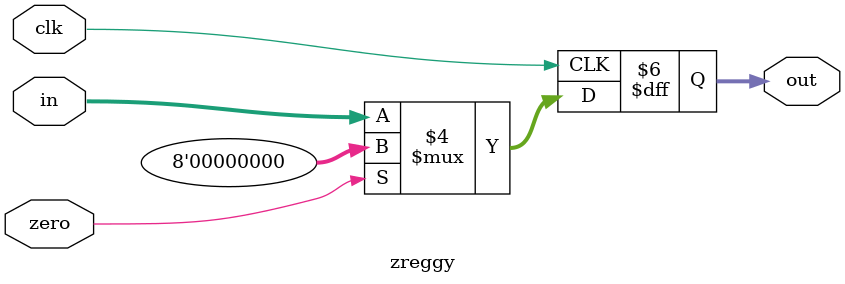
<source format=v>

/*
 * NAME
 *
 * zreggy - register of data that can be zeroed out
 *
 * DESCRIPTION
 *
 * Works the same as the 'reggy' module except that the
 * data can be zeroed.
 *
 *   wire       zero1;  // some external zero signal
 *   wire [7:0] in1;
 *   wire [7:0] out1;
 *
 *   sreggy #(.N(8)) r1(.clk(clk), .zero(zero1), .in(in1), .out(out1))
 *
 */

`ifndef _zreggy
`define _zreggy

module zreggy(
	input clk,
	input zero,
	input wire [N-1:0] in,
	output reg [N-1:0] out);

	parameter N = 8;

	always @(posedge clk) begin
		if (zero == 1'b1)
			out <= {N{1'b0}};
		else
			out <= in;
	end
endmodule

`endif

</source>
